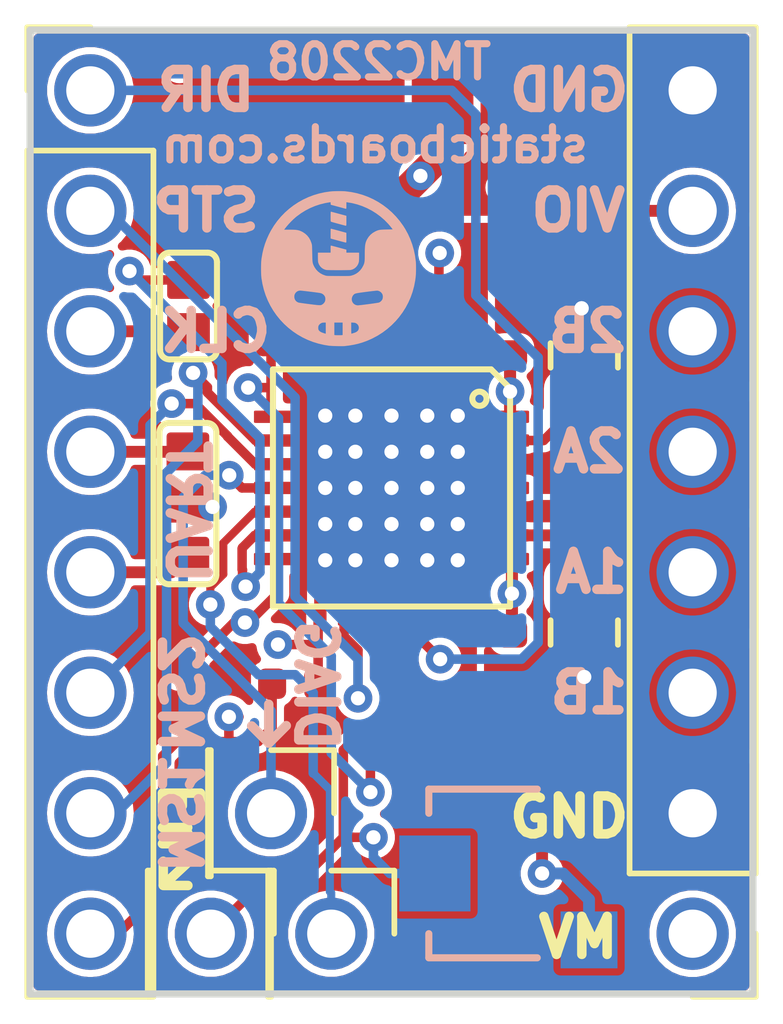
<source format=kicad_pcb>
(kicad_pcb (version 20171130) (host pcbnew "(5.0.1-dev-9-gd63c1a211)")
  (layers (0 F.Cu signal hide) (1 GND.Cu power hide) (2 VCC.Cu power hide) (31 B.Cu signal) (34 B.Paste user hide) (35 F.Paste user hide) (36 B.SilkS user) (37 F.SilkS user) (38 B.Mask user hide) (39 F.Mask user hide) (44 Edge.Cuts user))
  (net 0 "")
  (net 1 GND)
  (net 2 VIO)
  (net 3 +5V)
  (net 4 VM)
  (net 5 "Net-(C23-Pad2)")
  (net 6 "Net-(C24-Pad1)")
  (net 7 "Net-(C24-Pad2)")
  (net 8 EN)
  (net 9 MSI1)
  (net 10 MSI2)
  (net 11 "Net-(J1-Pad5)")
  (net 12 "Net-(J1-Pad4)")
  (net 13 "Net-(J1-Pad3)")
  (net 14 STEP)
  (net 15 DIR)
  (net 16 0A2)
  (net 17 OA1)
  (net 18 OB1)
  (net 19 OB2)
  (net 20 DIAG)
  (net 21 INDEX)
  (net 22 VREF)
  (net 23 PDN_UART)
  (net 24 CLK)
  (net 25 "Net-(R13-Pad2)")
  (net 26 "Net-(R14-Pad2)")
  (net 27 "Net-(R15-Pad1)")
  (net 28 "Net-(U3-Pad7)")
  (net 29 "Net-(U3-Pad20)")
  (net 30 "Net-(U3-Pad25)")
  (module SilentStepStick-TMC2208_v12:QFN28-PAD (layer F.Cu) (at 122.796593 117.749536 270)
    (fp_text reference U3)
    (fp_text value TMC2208)
    (pad 1 smd roundrect (at -2.5 -1.5 270) (size 0.8 0.26) (layers F.Cu F.Paste F.Mask) (roundrect_rratio 0.1) (net 19 OB2))
    (pad 2 smd roundrect (at -2.5 -1 270) (size 0.8 0.26) (layers F.Cu F.Paste F.Mask) (roundrect_rratio 0.1) (net 8 EN))
    (pad 3 smd roundrect (at -2.5 -0.5 270) (size 0.8 0.26) (layers F.Cu F.Paste F.Mask) (roundrect_rratio 0.1) (net 1 GND))
    (pad 4 smd roundrect (at -2.5 0 270) (size 0.8 0.26) (layers F.Cu F.Paste F.Mask) (roundrect_rratio 0.1) (net 6 "Net-(C24-Pad1)"))
    (pad 5 smd roundrect (at -2.5 0.5 270) (size 0.8 0.26) (layers F.Cu F.Paste F.Mask) (roundrect_rratio 0.1) (net 7 "Net-(C24-Pad2)"))
    (pad 6 smd roundrect (at -2.5 1 270) (size 0.8 0.26) (layers F.Cu F.Paste F.Mask) (roundrect_rratio 0.1) (net 5 "Net-(C23-Pad2)"))
    (pad 7 smd roundrect (at -2.5 1.5 270) (size 0.8 0.26) (layers F.Cu F.Paste F.Mask) (roundrect_rratio 0.1) (net 28 "Net-(U3-Pad7)"))
    (pad 8 smd roundrect (at -1.5 2.5) (size 0.8 0.26) (layers F.Cu F.Paste F.Mask) (roundrect_rratio 0.1) (net 3 +5V))
    (pad 9 smd roundrect (at -1 2.5) (size 0.8 0.26) (layers F.Cu F.Paste F.Mask) (roundrect_rratio 0.1) (net 9 MSI1))
    (pad 10 smd roundrect (at -0.5 2.5) (size 0.8 0.26) (layers F.Cu F.Paste F.Mask) (roundrect_rratio 0.1) (net 10 MSI2))
    (pad 11 smd roundrect (at 0 2.5) (size 0.8 0.26) (layers F.Cu F.Paste F.Mask) (roundrect_rratio 0.1) (net 20 DIAG))
    (pad 12 smd roundrect (at 0.5 2.5) (size 0.8 0.26) (layers F.Cu F.Paste F.Mask) (roundrect_rratio 0.1) (net 21 INDEX))
    (pad 13 smd roundrect (at 1 2.5) (size 0.8 0.26) (layers F.Cu F.Paste F.Mask) (roundrect_rratio 0.1) (net 24 CLK))
    (pad 14 smd roundrect (at 1.5 2.5) (size 0.8 0.26) (layers F.Cu F.Paste F.Mask) (roundrect_rratio 0.1) (net 23 PDN_UART))
    (pad 15 smd roundrect (at 2.5 1.5 90) (size 0.8 0.26) (layers F.Cu F.Paste F.Mask) (roundrect_rratio 0.1) (net 2 VIO))
    (pad 16 smd roundrect (at 2.5 1 90) (size 0.8 0.26) (layers F.Cu F.Paste F.Mask) (roundrect_rratio 0.1) (net 14 STEP))
    (pad 17 smd roundrect (at 2.5 0.5 90) (size 0.8 0.26) (layers F.Cu F.Paste F.Mask) (roundrect_rratio 0.1) (net 22 VREF))
    (pad 18 smd roundrect (at 2.5 0 90) (size 0.8 0.26) (layers F.Cu F.Paste F.Mask) (roundrect_rratio 0.1) (net 1 GND))
    (pad 19 smd roundrect (at 2.5 -0.5 90) (size 0.8 0.26) (layers F.Cu F.Paste F.Mask) (roundrect_rratio 0.1) (net 15 DIR))
    (pad 20 smd roundrect (at 2.5 -1 90) (size 0.8 0.26) (layers F.Cu F.Paste F.Mask) (roundrect_rratio 0.1) (net 29 "Net-(U3-Pad20)"))
    (pad 21 smd roundrect (at 2.5 -1.5 90) (size 0.8 0.26) (layers F.Cu F.Paste F.Mask) (roundrect_rratio 0.1) (net 16 0A2))
    (pad 22 smd roundrect (at 1.5 -2.5 180) (size 0.8 0.26) (layers F.Cu F.Paste F.Mask) (roundrect_rratio 0.1) (net 4 VM))
    (pad 23 smd roundrect (at 1 -2.5 180) (size 0.8 0.26) (layers F.Cu F.Paste F.Mask) (roundrect_rratio 0.1) (net 25 "Net-(R13-Pad2)"))
    (pad 24 smd roundrect (at 0.5 -2.5 180) (size 0.8 0.26) (layers F.Cu F.Paste F.Mask) (roundrect_rratio 0.1) (net 17 OA1))
    (pad 25 smd roundrect (at 0 -2.5 180) (size 0.8 0.26) (layers F.Cu F.Paste F.Mask) (roundrect_rratio 0.1) (net 30 "Net-(U3-Pad25)"))
    (pad 26 smd roundrect (at -0.5 -2.5 180) (size 0.8 0.26) (layers F.Cu F.Paste F.Mask) (roundrect_rratio 0.1) (net 18 OB1))
    (pad 27 smd roundrect (at -1 -2.5 180) (size 0.8 0.26) (layers F.Cu F.Paste F.Mask) (roundrect_rratio 0.1) (net 26 "Net-(R14-Pad2)"))
    (pad 28 smd roundrect (at -1.5 -2.5 180) (size 0.8 0.26) (layers F.Cu F.Paste F.Mask) (roundrect_rratio 0.1) (net 4 VM))
    (pad 29 smd roundrect (at 0 0 270) (size 3.1 3.1) (layers F.Cu F.Mask) (roundrect_rratio 0.05) (net 1 GND))
  )
  (module SilentStepStick-TMC2208_v12:PASSER_04MM (layer F.Cu) (at 125.126593 111.417536 270)
    (fp_text reference P22 hide)
    (fp_text value "MOUNT 3.6mm" hide)
    (pad X smd roundrect (at 0 0 270) (size 0.4 0.4) (layers F.Cu F.Mask) (roundrect_rratio 0.5))
  )
  (module Capacitor_SMD:C_0402_1005Metric (layer F.Cu) (at 125.336593 114.447536 90)
    (fp_text reference C3)
    (fp_text value 100n/50v)
    (pad 1 smd roundrect (at -0.485 0 90) (size 0.59 0.64) (layers F.Cu F.Paste F.Mask) (net 4 VM))
    (pad 2 smd roundrect (at 0.485 0 90) (size 0.59 0.64) (layers F.Cu F.Paste F.Mask) (net 1 GND))
  )
  (module Capacitor_SMD:C_0402_1005Metric (layer F.Cu) (at 122.542593 113.685536 180)
    (fp_text reference C24)
    (fp_text value 22n/50V)
    (pad 1 smd roundrect (at -0.485 0 180) (size 0.59 0.64) (layers F.Cu F.Paste F.Mask) (net 6 "Net-(C24-Pad1)"))
    (pad 2 smd roundrect (at 0.485 0 180) (size 0.59 0.64) (layers F.Cu F.Paste F.Mask) (net 7 "Net-(C24-Pad2)"))
  )
  (module Capacitor_SMD:C_0402_1005Metric (layer F.Cu) (at 122.288593 112.415536 180)
    (fp_text reference C23)
    (fp_text value 100n/50V)
    (pad 2 smd roundrect (at 0.485 0 180) (size 0.59 0.64) (layers F.Cu F.Paste F.Mask) (net 5 "Net-(C23-Pad2)"))
    (pad 1 smd roundrect (at -0.485 0 180) (size 0.59 0.64) (layers F.Cu F.Paste F.Mask) (net 4 VM))
  )
  (module Capacitor_SMD:C_0402_1005Metric (layer F.Cu) (at 120.256593 114.193536 90)
    (fp_text reference C2)
    (fp_text value 4u7/6v3)
    (pad 1 smd roundrect (at -0.485 0 90) (size 0.59 0.64) (layers F.Cu F.Paste F.Mask) (net 3 +5V))
    (pad 2 smd roundrect (at 0.485 0 90) (size 0.59 0.64) (layers F.Cu F.Paste F.Mask) (net 1 GND))
  )
  (module Capacitor_SMD:C_0402_1005Metric (layer F.Cu) (at 126.606593 109.875536 90)
    (fp_text reference C1)
    (fp_text value 100n/50v)
    (pad 2 smd roundrect (at 0.485 0 90) (size 0.59 0.64) (layers F.Cu F.Paste F.Mask) (net 1 GND))
    (pad 1 smd roundrect (at -0.485 0 90) (size 0.59 0.64) (layers F.Cu F.Paste F.Mask) (net 2 VIO))
  )
  (module myfootprints:PinHeader_1x08_P2.54mm_Vertical_SB_size_1.524_hole_1.016 (layer F.Cu) (at 129.146593 127.147536 180)
    (fp_text reference J2)
    (fp_text value Conn_01x08)
    (pad 1 thru_hole circle (at 0 0 180) (size 1.524 1.524) (drill 1.016) (layers *.Cu *.Mask) (net 4 VM))
    (pad 2 thru_hole oval (at 0 2.54 180) (size 1.524 1.524) (drill 1.0161) (layers *.Cu *.Mask) (net 1 GND))
    (pad 3 thru_hole oval (at 0 5.08 180) (size 1.524 1.524) (drill 1.016) (layers *.Cu *.Mask) (net 16 0A2))
    (pad 4 thru_hole oval (at 0 7.62 180) (size 1.524 1.524) (drill 1.0161) (layers *.Cu *.Mask) (net 17 OA1))
    (pad 5 thru_hole oval (at 0 10.16 180) (size 1.524 1.524) (drill 1.016) (layers *.Cu *.Mask) (net 18 OB1))
    (pad 6 thru_hole oval (at 0 12.7 180) (size 1.524 1.524) (drill 1.016) (layers *.Cu *.Mask) (net 19 OB2))
    (pad 7 thru_hole oval (at 0 15.24 180) (size 1.524 1.524) (drill 1.016) (layers *.Cu *.Mask) (net 2 VIO))
    (pad 8 thru_hole oval (at 0 17.78 180) (size 1.524 1.524) (drill 1.016) (layers *.Cu *.Mask) (net 1 GND))
  )
  (module Connector_PinHeader_2.54mm:PinHeader_1x08_P2.54mm_Vertical (layer F.Cu) (at 116.446593 109.367536)
    (fp_text reference J1)
    (fp_text value Conn_01x08)
    (pad 8 thru_hole oval (at 0 17.78) (size 1.524 1.524) (drill 1.016) (layers *.Cu *.Mask) (net 8 EN))
    (pad 7 thru_hole oval (at 0 15.24) (size 1.524 1.524) (drill 1.016) (layers *.Cu *.Mask) (net 9 MSI1))
    (pad 6 thru_hole oval (at 0 12.7) (size 1.524 1.524) (drill 1.016) (layers *.Cu *.Mask) (net 10 MSI2))
    (pad 5 thru_hole oval (at 0 10.16) (size 1.524 1.524) (drill 1.016) (layers *.Cu *.Mask) (net 11 "Net-(J1-Pad5)"))
    (pad 4 thru_hole oval (at 0 7.62) (size 1.524 1.524) (drill 1.0161) (layers *.Cu *.Mask) (net 12 "Net-(J1-Pad4)"))
    (pad 3 thru_hole oval (at 0 5.08) (size 1.524 1.524) (drill 1.016) (layers *.Cu *.Mask) (net 13 "Net-(J1-Pad3)"))
    (pad 2 thru_hole oval (at 0 2.54) (size 1.524 1.524) (drill 1.0161) (layers *.Cu *.Mask) (net 14 STEP))
    (pad 1 thru_hole circle (at 0 0) (size 1.524 1.524) (drill 1.016) (layers *.Cu *.Mask) (net 15 DIR))
  )
  (module Connector_PinHeader_2.54mm:PinHeader_1x01_P2.54mm_Vertical (layer F.Cu) (at 120.256593 124.607536 270)
    (fp_text reference J3)
    (fp_text value Conn_01x01)
    (pad 1 thru_hole custom (at 0 0 270) (size 1.524 1.524) (drill 1.016) (layers *.Cu *.Mask) (net 20 DIAG) (options (clearance outline) (anchor circle)) (primitives))
  )
  (module Connector_PinHeader_2.54mm:PinHeader_1x01_P2.54mm_Vertical (layer F.Cu) (at 121.526593 127.147536 270)
    (fp_text reference J4)
    (fp_text value Conn_01x01)
    (pad 1 thru_hole custom (at 0 0 270) (size 1.524 1.524) (drill 1.016) (layers *.Cu *.Mask) (net 21 INDEX) (options (clearance outline) (anchor circle)) (primitives))
  )
  (module Connector_PinHeader_2.54mm:PinHeader_1x01_P2.54mm_Vertical (layer F.Cu) (at 118.986593 127.147536 270)
    (fp_text reference J5)
    (fp_text value Conn_01x01)
    (pad 1 thru_hole custom (at 0 0 270) (size 1.524 1.524) (drill 1.016) (layers *.Cu *.Mask) (net 22 VREF) (options (clearance outline) (anchor circle)) (primitives))
  )
  (module Resistor_SMD:R_0805_2012Metric (layer F.Cu) (at 126.860593 120.797536 90)
    (fp_text reference R13)
    (fp_text value R0805/0R11)
    (pad 2 smd roundrect (at 0.9375 0 90) (size 0.975 1.4) (layers F.Cu F.Paste F.Mask) (net 25 "Net-(R13-Pad2)"))
    (pad 1 smd roundrect (at -0.9375 0 90) (size 0.975 1.4) (layers F.Cu F.Paste F.Mask) (net 1 GND))
  )
  (module Resistor_SMD:R_0805_2012Metric (layer F.Cu) (at 126.860593 114.955536 270)
    (fp_text reference R14)
    (fp_text value R0805/0R11)
    (pad 1 smd roundrect (at -0.9375 0 270) (size 0.975 1.4) (layers F.Cu F.Paste F.Mask) (net 1 GND))
    (pad 2 smd roundrect (at 0.9375 0 270) (size 0.975 1.4) (layers F.Cu F.Paste F.Mask) (net 26 "Net-(R14-Pad2)"))
  )
  (module anet8FootprintsKicad5:TRIMMER-3MM-SMD (layer B.Cu) (at 125.336593 125.877536 270)
    (fp_text reference RV2)
    (fp_text value 20K)
    (pad 2 smd rect (at 0 1.625 270) (size 1.6 1.5) (layers B.Cu B.Paste B.Mask) (net 22 VREF))
    (pad 3 smd rect (at 1.4 -1.625 270) (size 1.2 1.2) (layers B.Cu B.Paste B.Mask) (net 27 "Net-(R15-Pad1)"))
    (pad 1 smd rect (at -1.4 -1.625 270) (size 1.2 1.2) (layers B.Cu B.Paste B.Mask) (net 1 GND))
  )
  (module Capacitor_SMD:C_0402_1005Metric (layer F.Cu) (at 125.336593 121.305536 270)
    (fp_text reference C4)
    (fp_text value 100n/50v)
    (pad 2 smd roundrect (at 0.485 0 270) (size 0.59 0.64) (layers F.Cu F.Paste F.Mask) (net 1 GND))
    (pad 1 smd roundrect (at -0.485 0 270) (size 0.59 0.64) (layers F.Cu F.Paste F.Mask) (net 4 VM))
  )
  (module SilentStepStick-TMC2208_v12:C0805 (layer F.Cu) (at 122.923593 109.748536 180)
    (fp_text reference C5)
    (fp_text value 1U/50v)
    (pad 1 smd rect (at -0.95 0 180) (size 1.3 1.5) (layers F.Cu F.Paste F.Mask) (net 4 VM))
    (pad 2 smd rect (at 0.95 0 180) (size 1.3 1.5) (layers F.Cu F.Paste F.Mask) (net 1 GND))
  )
  (module SilentStepStick-TMC2208_v12:JUMPER3-0402_NC (layer F.Cu) (at 118.503993 118.079736)
    (fp_text reference JP1)
    (fp_text value SolderJumper_3_Open hide)
    (pad 1 smd roundrect (at 0 -1.1) (size 0.9 0.8) (layers F.Cu F.Mask) (roundrect_rratio 0.1) (net 12 "Net-(J1-Pad4)"))
    (pad 2 smd roundrect (at 0 0) (size 0.9 0.8) (layers F.Cu F.Mask) (roundrect_rratio 0.1) (net 23 PDN_UART))
    (pad 3 smd roundrect (at 0 1.1) (size 0.9 0.8) (layers F.Cu F.Mask) (roundrect_rratio 0.1) (net 11 "Net-(J1-Pad5)"))
  )
  (module SilentStepStick-TMC2208_v12:JUMPER2-0402 (layer F.Cu) (at 118.516693 113.914136 180)
    (fp_text reference JP2)
    (fp_text value SolderJumper_2_Open hide)
    (pad 1 smd roundrect (at 0 -0.55 180) (size 0.9 0.8) (layers F.Cu F.Paste F.Mask) (roundrect_rratio 0.1) (net 13 "Net-(J1-Pad3)"))
    (pad 2 smd roundrect (at 0 0.55 180) (size 0.9 0.8) (layers F.Cu F.Paste F.Mask) (roundrect_rratio 0.1) (net 24 CLK))
  )
  (module SilentStepStick-TMC2208_v12:PASSER_04MM (layer F.Cu) (at 123.876593 126.317536 270)
    (fp_text reference P22 hide)
    (fp_text value "MOUNT 3.6mm" hide)
    (pad X smd roundrect (at 0 0 270) (size 0.4 0.4) (layers F.Cu F.Mask) (roundrect_rratio 0.5))
  )
  (module SilentStepStick-TMC2208_v12:PASSER_04MM (layer F.Cu) (at 118.326593 108.867536 270)
    (fp_text reference P23 hide)
    (fp_text value "MOUNT 3.6mm" hide)
    (pad X smd roundrect (at 0 0 270) (size 0.4 0.4) (layers F.Cu F.Mask) (roundrect_rratio 0.5))
  )
  (module Resistor_SMD:R_0402_1005Metric (layer F.Cu) (at 118.478593 122.067536 270)
    (fp_text reference R1)
    (fp_text value 20K)
    (pad 2 smd roundrect (at 0.485 0 270) (size 0.59 0.64) (layers F.Cu F.Paste F.Mask) (net 1 GND))
    (pad 1 smd roundrect (at -0.485 0 270) (size 0.59 0.64) (layers F.Cu F.Paste F.Mask) (net 23 PDN_UART))
  )
  (module Resistor_SMD:R_0402_1005Metric (layer F.Cu) (at 118.516693 111.628136 90)
    (fp_text reference R2)
    (fp_text value 20K)
    (pad 2 smd roundrect (at 0.485 0 90) (size 0.59 0.64) (layers F.Cu F.Paste F.Mask) (net 1 GND))
    (pad 1 smd roundrect (at -0.485 0 90) (size 0.59 0.64) (layers F.Cu F.Paste F.Mask) (net 24 CLK))
  )
  (module Resistor_SMD:R_0402_1005Metric (layer F.Cu) (at 120.764593 121.877036)
    (fp_text reference R3)
    (fp_text value 20K)
    (pad 1 smd roundrect (at -0.485 0) (size 0.59 0.64) (layers F.Cu F.Paste F.Mask) (net 8 EN))
    (pad 2 smd roundrect (at 0.485 0) (size 0.59 0.64) (layers F.Cu F.Paste F.Mask) (net 2 VIO))
  )
  (module Resistor_SMD:R_0402_1005Metric (layer F.Cu) (at 123.304593 123.210536 180)
    (fp_text reference R15)
    (fp_text value 20K)
    (pad 2 smd roundrect (at 0.485 0 180) (size 0.59 0.64) (layers F.Cu F.Paste F.Mask) (net 3 +5V))
    (pad 1 smd roundrect (at -0.485 0 180) (size 0.59 0.64) (layers F.Cu F.Paste F.Mask) (net 27 "Net-(R15-Pad1)"))
  )
  (module myfootprints:staticboards_logo_3.5mmx3.5mm_negativo (layer B.Cu) (at 121.678993 113.126736 180)
    (fp_text reference G*** hide)
    (fp_text value LOGO hide)
  )
  (gr_line (start 120.218889 123.120804) (end 120.578099 122.761594) (layer B.SilkS) (width 0.2))
  (gr_line (start 120.208565 123.127325) (end 119.849355 122.768115) (layer B.SilkS) (width 0.2))
  (gr_line (start 120.208333 122.311376) (end 120.208565 123.127325) (layer B.SilkS) (width 0.2))
  (gr_line (start 118.554793 125.598136) (end 117.984082 126.128847) (layer F.SilkS) (width 0.2))
  (gr_line (start 117.995993 126.131536) (end 118.503993 126.131536) (layer F.SilkS) (width 0.2))
  (gr_line (start 117.984082 126.128847) (end 117.984082 125.620847) (layer F.SilkS) (width 0.2))
  (gr_text TMC2208 (at 122.526593 108.767536) (layer B.SilkS) (effects (font (size 0.7 0.7)) (justify mirror)))
  (gr_text DIAG (at 121.201593 121.917536 270) (layer B.SilkS) (effects (font (size 0.8 0.8) (thickness 0.2)) (justify mirror)))
  (gr_text staticboards.com (at 122.440993 110.517536) (layer B.SilkS) (effects (font (size 0.7 0.7)) (justify mirror)))
  (gr_text En (at 118.326593 124.717536 270) (layer F.SilkS) (effects (font (size 0.8 0.8) (thickness 0.2))))
  (gr_text GND (at 126.543093 124.683736) (layer F.SilkS) (effects (font (size 0.8 0.8) (thickness 0.2))))
  (gr_text MV (at 126.733593 127.223736) (layer F.SilkS) (effects (font (size 0.8 0.8) (thickness 0.2)) (justify mirror)))
  (gr_text MS1 (at 118.326193 124.607536 270) (layer B.SilkS) (effects (font (size 0.8 0.8) (thickness 0.2)) (justify mirror)))
  (gr_text DIR (at 118.884993 109.367536) (layer B.SilkS) (effects (font (size 0.8 0.8) (thickness 0.2)) (justify mirror)))
  (gr_text CLK (at 119.088193 114.447536) (layer B.SilkS) (effects (font (size 0.8 0.8) (thickness 0.2)) (justify mirror)))
  (gr_text STP (at 118.884993 111.907536) (layer B.SilkS) (effects (font (size 0.8 0.8) (thickness 0.2)) (justify mirror)))
  (gr_text UART (at 118.49126 118.257536 270) (layer B.SilkS) (effects (font (size 0.8 0.8) (thickness 0.2)) (justify mirror)))
  (gr_text MS2 (at 118.326193 122.067536 270) (layer B.SilkS) (effects (font (size 0.8 0.8) (thickness 0.2)) (justify mirror)))
  (gr_text GND (at 126.543093 109.367536) (layer B.SilkS) (effects (font (size 0.8 0.8) (thickness 0.2)) (justify mirror)))
  (gr_text VIO (at 126.733593 111.907536) (layer B.SilkS) (effects (font (size 0.8 0.8) (thickness 0.2)) (justify mirror)))
  (gr_text 2A (at 126.962193 116.987536) (layer B.SilkS) (effects (font (size 0.8 0.8) (thickness 0.2)) (justify mirror)))
  (gr_text 1A (at 127.012993 119.527536) (layer B.SilkS) (effects (font (size 0.8 0.8) (thickness 0.2)) (justify mirror)))
  (gr_text 2B (at 126.924093 114.447536) (layer B.SilkS) (effects (font (size 0.8 0.8) (thickness 0.2)) (justify mirror)))
  (gr_text 1B (at 126.962193 122.067536) (layer B.SilkS) (effects (font (size 0.8 0.8) (thickness 0.2)) (justify mirror)))
  (gr_line (start 130.416593 128.417536) (end 130.416593 108.097536) (layer Edge.Cuts) (width 0.15))
  (gr_line (start 115.176593 128.417536) (end 130.416593 128.417536) (layer Edge.Cuts) (width 0.15))
  (gr_line (start 115.176593 108.097536) (end 115.176593 128.417536) (layer Edge.Cuts) (width 0.15))
  (gr_line (start 130.416593 108.097536) (end 115.176593 108.097536) (layer Edge.Cuts) (width 0.15))
  (via (at 124.193593 116.225536) (size 0.6048) (drill 0.3) (layers F.Cu B.Cu) (net 1))
  (via (at 122.796593 116.225536) (size 0.6048) (drill 0.3) (layers F.Cu B.Cu) (net 1))
  (via (at 122.034593 116.225536) (size 0.6048) (drill 0.3) (layers F.Cu B.Cu) (net 1))
  (via (at 121.399593 116.225536) (size 0.6048) (drill 0.3) (layers F.Cu B.Cu) (net 1))
  (segment (start 126.805093 113.962536) (end 126.860593 114.018036) (width 0.25) (layer F.Cu) (net 1))
  (segment (start 125.336593 113.962536) (end 126.805093 113.962536) (width 0.25) (layer F.Cu) (net 1))
  (segment (start 126.805093 121.790536) (end 126.860593 121.735036) (width 0.25) (layer F.Cu) (net 1))
  (segment (start 125.336593 121.790536) (end 126.805093 121.790536) (width 0.25) (layer F.Cu) (net 1))
  (segment (start 127.091593 124.607536) (end 126.961593 124.477536) (width 0.25) (layer B.Cu) (net 1))
  (segment (start 129.146593 124.607536) (end 127.091593 124.607536) (width 0.25) (layer B.Cu) (net 1))
  (segment (start 129.123593 109.390536) (end 129.146593 109.367536) (width 0.2) (layer F.Cu) (net 1))
  (segment (start 126.606593 109.390536) (end 129.123593 109.390536) (width 0.2) (layer F.Cu) (net 1))
  (segment (start 118.516693 110.472436) (end 118.516693 111.143136) (width 0.2) (layer F.Cu) (net 1))
  (segment (start 119.240593 109.748536) (end 118.986593 110.002536) (width 0.2) (layer F.Cu) (net 1))
  (segment (start 121.973593 109.748536) (end 119.240593 109.748536) (width 0.2) (layer F.Cu) (net 1))
  (segment (start 118.986593 110.002536) (end 118.516693 110.472436) (width 0.2) (layer F.Cu) (net 1))
  (segment (start 123.296593 117.249536) (end 122.796593 117.749536) (width 0.25) (layer F.Cu) (net 1))
  (segment (start 123.296593 115.249536) (end 123.296593 116.225536) (width 0.25) (layer F.Cu) (net 1))
  (segment (start 122.829104 120.282047) (end 122.796593 120.249536) (width 0.2) (layer F.Cu) (net 1))
  (segment (start 122.829104 121.147547) (end 122.829104 120.282047) (width 0.2) (layer F.Cu) (net 1))
  (segment (start 126.289093 124.607536) (end 122.829104 121.147547) (width 0.2) (layer F.Cu) (net 1))
  (segment (start 129.146593 124.607536) (end 126.289093 124.607536) (width 0.2) (layer F.Cu) (net 1))
  (segment (start 119.746193 111.143136) (end 120.256593 111.653536) (width 0.2) (layer F.Cu) (net 1))
  (segment (start 120.256593 111.653536) (end 120.256593 113.708536) (width 0.2) (layer F.Cu) (net 1))
  (segment (start 118.516693 111.143136) (end 119.746193 111.143136) (width 0.2) (layer F.Cu) (net 1))
  (segment (start 121.973593 108.920536) (end 121.973593 109.748536) (width 0.2) (layer F.Cu) (net 1))
  (segment (start 126.121593 109.390536) (end 125.153603 108.422546) (width 0.2) (layer F.Cu) (net 1))
  (segment (start 125.153603 108.422546) (end 122.471583 108.422546) (width 0.2) (layer F.Cu) (net 1))
  (segment (start 126.606593 109.390536) (end 126.121593 109.390536) (width 0.2) (layer F.Cu) (net 1))
  (segment (start 122.471583 108.422546) (end 121.973593 108.920536) (width 0.2) (layer F.Cu) (net 1))
  (segment (start 123.296593 116.225536) (end 123.296593 117.249536) (width 0.25) (layer F.Cu) (net 1))
  (via (at 123.550593 116.225536) (size 0.6048) (drill 0.3) (layers F.Cu B.Cu) (net 1))
  (via (at 123.550593 116.987536) (size 0.6048) (drill 0.3) (layers F.Cu B.Cu) (net 1))
  (via (at 124.193593 116.987536) (size 0.6048) (drill 0.3) (layers F.Cu B.Cu) (net 1))
  (via (at 122.034593 116.987536) (size 0.6048) (drill 0.3) (layers F.Cu B.Cu) (net 1))
  (via (at 122.796593 116.987536) (size 0.6048) (drill 0.3) (layers F.Cu B.Cu) (net 1))
  (via (at 121.399593 116.987536) (size 0.6048) (drill 0.3) (layers F.Cu B.Cu) (net 1))
  (via (at 121.399593 117.749536) (size 0.6048) (drill 0.3) (layers F.Cu B.Cu) (net 1))
  (via (at 122.034593 117.749536) (size 0.6048) (drill 0.3) (layers F.Cu B.Cu) (net 1))
  (via (at 122.796593 117.749536) (size 0.6048) (drill 0.3) (layers F.Cu B.Cu) (net 1))
  (via (at 124.193593 117.749536) (size 0.6048) (drill 0.3) (layers F.Cu B.Cu) (net 1))
  (via (at 123.550593 117.749536) (size 0.6048) (drill 0.3) (layers F.Cu B.Cu) (net 1))
  (via (at 122.034593 118.511536) (size 0.6048) (drill 0.3) (layers F.Cu B.Cu) (net 1))
  (via (at 123.550593 118.511536) (size 0.6048) (drill 0.3) (layers F.Cu B.Cu) (net 1))
  (via (at 121.399593 118.511536) (size 0.6048) (drill 0.3) (layers F.Cu B.Cu) (net 1))
  (via (at 122.796593 118.511536) (size 0.6048) (drill 0.3) (layers F.Cu B.Cu) (net 1))
  (via (at 124.193593 118.511536) (size 0.6048) (drill 0.3) (layers F.Cu B.Cu) (net 1))
  (via (at 124.193593 119.273536) (size 0.6048) (drill 0.3) (layers F.Cu B.Cu) (net 1))
  (via (at 121.399593 119.273536) (size 0.6048) (drill 0.3) (layers F.Cu B.Cu) (net 1))
  (via (at 123.550593 119.273536) (size 0.6048) (drill 0.3) (layers F.Cu B.Cu) (net 1))
  (via (at 122.034593 119.273536) (size 0.6048) (drill 0.3) (layers F.Cu B.Cu) (net 1))
  (via (at 122.796593 119.273536) (size 0.6048) (drill 0.3) (layers F.Cu B.Cu) (net 1))
  (via (at 126.805093 113.962536) (size 0.6048) (drill 0.3) (layers F.Cu B.Cu) (net 1))
  (via (at 126.805093 113.962536) (size 0.6048) (drill 0.3) (layers F.Cu B.Cu) (net 1))
  (segment (start 126.860593 121.735036) (end 126.860593 121.735036) (width 0.25) (layer F.Cu) (net 1))
  (via (at 126.860593 121.735036) (size 0.6048) (drill 0.3) (layers F.Cu B.Cu) (net 1))
  (segment (start 126.606593 110.360536) (end 126.606593 111.399536) (width 0.25) (layer F.Cu) (net 2))
  (segment (start 127.114593 111.907536) (end 129.146593 111.907536) (width 0.25) (layer F.Cu) (net 2))
  (segment (start 126.606593 111.399536) (end 127.114593 111.907536) (width 0.25) (layer F.Cu) (net 2))
  (segment (start 121.249593 120.296536) (end 121.296593 120.249536) (width 0.2) (layer F.Cu) (net 2))
  (segment (start 121.249593 121.559536) (end 121.249593 121.051536) (width 0.2) (layer F.Cu) (net 2))
  (segment (start 121.249593 121.051536) (end 121.249593 120.296536) (width 0.2) (layer F.Cu) (net 2))
  (segment (start 120.402693 121.051536) (end 120.402693 121.051536) (width 0.2) (layer F.Cu) (net 2))
  (via (at 120.402693 121.051536) (size 0.6048) (drill 0.3) (layers F.Cu B.Cu) (net 2))
  (segment (start 121.249593 121.051536) (end 120.402693 121.051536) (width 0.2) (layer F.Cu) (net 2))
  (segment (start 120.256593 116.209536) (end 120.296593 116.249536) (width 0.2) (layer F.Cu) (net 3))
  (segment (start 120.256593 114.678536) (end 120.256593 115.590536) (width 0.2) (layer F.Cu) (net 3))
  (segment (start 120.256593 115.590536) (end 120.256593 115.717536) (width 0.2) (layer F.Cu) (net 3))
  (segment (start 120.256593 115.717536) (end 120.256593 116.209536) (width 0.2) (layer F.Cu) (net 3))
  (segment (start 122.819593 123.083536) (end 122.669593 123.083536) (width 0.2) (layer F.Cu) (net 3))
  (segment (start 122.352091 124.163036) (end 122.352091 123.678038) (width 0.2) (layer F.Cu) (net 3))
  (via (at 122.352091 124.163036) (size 0.6048) (drill 0.3) (layers F.Cu B.Cu) (net 3))
  (segment (start 122.352091 123.678038) (end 122.819593 123.210536) (width 0.2) (layer F.Cu) (net 3))
  (segment (start 120.212275 115.634854) (end 120.201343 115.634854) (width 0.2) (layer F.Cu) (net 3))
  (segment (start 120.256593 115.590536) (end 120.212275 115.634854) (width 0.2) (layer F.Cu) (net 3))
  (segment (start 122.352091 124.163036) (end 121.526593 123.337538) (width 0.2) (layer B.Cu) (net 3))
  (segment (start 120.201343 115.634854) (end 119.773685 115.634854) (width 0.2) (layer F.Cu) (net 3))
  (segment (start 121.526593 121.292526) (end 120.414583 120.180516) (width 0.2) (layer B.Cu) (net 3))
  (via (at 119.773685 115.634854) (size 0.6048) (drill 0.3) (layers F.Cu B.Cu) (net 3))
  (segment (start 120.414583 116.275752) (end 120.076084 115.937253) (width 0.2) (layer B.Cu) (net 3))
  (segment (start 120.076084 115.937253) (end 119.773685 115.634854) (width 0.2) (layer B.Cu) (net 3))
  (segment (start 121.526593 123.337538) (end 121.526593 121.292526) (width 0.2) (layer B.Cu) (net 3))
  (segment (start 120.414583 120.180516) (end 120.414583 116.275752) (width 0.2) (layer B.Cu) (net 3))
  (segment (start 122.773593 111.803536) (end 122.773593 112.415536) (width 0.61) (layer F.Cu) (net 4))
  (segment (start 123.873593 110.703536) (end 123.406193 111.170936) (width 0.61) (layer F.Cu) (net 4))
  (segment (start 123.873593 110.703536) (end 123.873593 109.748536) (width 0.61) (layer F.Cu) (net 4))
  (segment (start 123.406193 111.170936) (end 122.773593 111.803536) (width 0.61) (layer F.Cu) (net 4))
  (via (at 123.406193 111.170936) (size 0.6048) (drill 0.3) (layers F.Cu B.Cu) (net 4))
  (segment (start 125.336593 120.820536) (end 125.336593 120.117536) (width 0.254) (layer F.Cu) (net 4))
  (segment (start 125.296593 114.972536) (end 125.336593 114.932536) (width 0.254) (layer F.Cu) (net 4))
  (segment (start 125.296593 116.249536) (end 125.296593 115.717536) (width 0.254) (layer F.Cu) (net 4))
  (segment (start 125.296593 115.717536) (end 125.296593 114.972536) (width 0.254) (layer F.Cu) (net 4))
  (via (at 125.296593 115.717536) (size 0.6048) (drill 0.3) (layers F.Cu B.Cu) (net 4))
  (segment (start 125.336593 120.117536) (end 125.336593 119.977536) (width 0.254) (layer F.Cu) (net 4))
  (segment (start 125.336593 119.977536) (end 125.336593 119.289536) (width 0.254) (layer F.Cu) (net 4))
  (via (at 125.336593 119.977536) (size 0.6048) (drill 0.3) (layers F.Cu B.Cu) (net 4))
  (segment (start 125.336593 119.289536) (end 125.296593 119.249536) (width 0.254) (layer F.Cu) (net 4))
  (segment (start 121.796593 114.463536) (end 121.796593 115.249536) (width 0.2) (layer F.Cu) (net 5))
  (segment (start 121.803593 112.415536) (end 121.803593 112.900536) (width 0.2) (layer F.Cu) (net 5))
  (segment (start 121.803593 112.900536) (end 121.399593 113.304536) (width 0.2) (layer F.Cu) (net 5))
  (segment (start 121.399593 113.304536) (end 121.399593 114.066536) (width 0.2) (layer F.Cu) (net 5))
  (segment (start 121.399593 114.066536) (end 121.796593 114.463536) (width 0.2) (layer F.Cu) (net 5))
  (segment (start 122.796593 113.916536) (end 122.796593 115.249536) (width 0.25) (layer F.Cu) (net 6))
  (segment (start 123.027593 113.685536) (end 122.796593 113.916536) (width 0.25) (layer F.Cu) (net 6))
  (segment (start 122.296593 113.924536) (end 122.296593 115.249536) (width 0.25) (layer F.Cu) (net 7))
  (segment (start 122.057593 113.685536) (end 122.296593 113.924536) (width 0.25) (layer F.Cu) (net 7))
  (via (at 123.812591 112.796536) (size 0.6048) (drill 0.3) (layers F.Cu B.Cu) (net 8))
  (segment (start 123.796593 112.812534) (end 123.812591 112.796536) (width 0.2) (layer F.Cu) (net 8))
  (segment (start 123.796593 115.249536) (end 123.796593 112.812534) (width 0.2) (layer F.Cu) (net 8))
  (segment (start 120.279593 122.806536) (end 120.279593 121.877036) (width 0.2) (layer F.Cu) (net 8))
  (segment (start 119.988583 123.097546) (end 120.279593 122.806536) (width 0.2) (layer F.Cu) (net 8))
  (segment (start 119.581093 122.575536) (end 119.367593 122.575536) (width 0.2) (layer F.Cu) (net 8))
  (via (at 119.367593 122.575536) (size 0.6048) (drill 0.3) (layers F.Cu B.Cu) (net 8))
  (segment (start 119.367593 122.575536) (end 119.367593 123.097546) (width 0.2) (layer F.Cu) (net 8))
  (segment (start 119.367593 123.097546) (end 119.988583 123.097546) (width 0.2) (layer F.Cu) (net 8))
  (segment (start 119.226583 123.097546) (end 119.367593 123.097546) (width 0.2) (layer F.Cu) (net 8))
  (segment (start 118.274083 123.097546) (end 119.226583 123.097546) (width 0.2) (layer F.Cu) (net 8))
  (segment (start 117.033333 127.147536) (end 117.970593 126.210276) (width 0.2) (layer F.Cu) (net 8))
  (segment (start 117.970593 126.210276) (end 117.970593 123.401036) (width 0.2) (layer F.Cu) (net 8))
  (segment (start 116.446593 127.147536) (end 117.033333 127.147536) (width 0.2) (layer F.Cu) (net 8))
  (segment (start 117.970593 123.401036) (end 118.274083 123.097546) (width 0.2) (layer F.Cu) (net 8))
  (via (at 118.612941 115.32429) (size 0.6048) (drill 0.3) (layers F.Cu B.Cu) (net 9))
  (segment (start 116.992693 124.607536) (end 118.053904 123.546325) (width 0.2) (layer B.Cu) (net 9))
  (segment (start 116.446593 124.607536) (end 116.992693 124.607536) (width 0.2) (layer B.Cu) (net 9))
  (segment (start 118.053904 123.546325) (end 118.053904 117.427681) (width 0.2) (layer B.Cu) (net 9))
  (segment (start 118.053904 117.427681) (end 118.713498 116.768087) (width 0.2) (layer B.Cu) (net 9))
  (segment (start 118.713498 116.768087) (end 118.713498 115.424847) (width 0.2) (layer B.Cu) (net 9))
  (segment (start 118.713498 115.424847) (end 118.612941 115.32429) (width 0.2) (layer B.Cu) (net 9))
  (segment (start 120.296593 116.749536) (end 119.928253 116.749536) (width 0.2) (layer F.Cu) (net 9))
  (segment (start 119.928253 116.749536) (end 118.91534 115.736623) (width 0.2) (layer F.Cu) (net 9))
  (segment (start 118.91534 115.736623) (end 118.91534 115.626689) (width 0.2) (layer F.Cu) (net 9))
  (segment (start 118.91534 115.626689) (end 118.612941 115.32429) (width 0.2) (layer F.Cu) (net 9))
  (via (at 118.161097 115.971536) (size 0.6048) (drill 0.3) (layers F.Cu B.Cu) (net 10))
  (segment (start 117.703893 116.42874) (end 117.858698 116.273935) (width 0.2) (layer B.Cu) (net 10))
  (segment (start 117.858698 116.273935) (end 118.161097 115.971536) (width 0.2) (layer B.Cu) (net 10))
  (segment (start 116.446593 122.067536) (end 117.703893 120.810236) (width 0.2) (layer B.Cu) (net 10))
  (segment (start 117.703893 120.810236) (end 117.703893 116.42874) (width 0.2) (layer B.Cu) (net 10))
  (segment (start 120.296593 117.249536) (end 119.924392 117.249536) (width 0.2) (layer F.Cu) (net 10))
  (segment (start 119.339653 116.655926) (end 118.655263 115.971536) (width 0.2) (layer F.Cu) (net 10))
  (segment (start 119.924392 117.249536) (end 119.339653 116.664797) (width 0.2) (layer F.Cu) (net 10))
  (segment (start 119.339653 116.664797) (end 119.339653 116.655926) (width 0.2) (layer F.Cu) (net 10))
  (segment (start 118.655263 115.971536) (end 118.588755 115.971536) (width 0.2) (layer F.Cu) (net 10))
  (segment (start 118.588755 115.971536) (end 118.161097 115.971536) (width 0.2) (layer F.Cu) (net 10))
  (segment (start 116.616593 119.357536) (end 116.446593 119.527536) (width 0.25) (layer F.Cu) (net 11))
  (segment (start 118.156193 119.527536) (end 118.503993 119.179736) (width 0.25) (layer F.Cu) (net 11))
  (segment (start 116.446593 119.527536) (end 118.156193 119.527536) (width 0.25) (layer F.Cu) (net 11))
  (segment (start 116.616593 117.157536) (end 116.446593 116.987536) (width 0.25) (layer F.Cu) (net 12))
  (segment (start 118.496193 116.987536) (end 118.503993 116.979736) (width 0.25) (layer F.Cu) (net 12))
  (segment (start 116.446593 116.987536) (end 118.496193 116.987536) (width 0.25) (layer F.Cu) (net 12))
  (segment (start 116.742593 114.743536) (end 116.446593 114.447536) (width 0.25) (layer F.Cu) (net 13))
  (segment (start 118.500093 114.447536) (end 118.516693 114.464136) (width 0.25) (layer F.Cu) (net 13))
  (segment (start 116.446593 114.447536) (end 118.500093 114.447536) (width 0.25) (layer F.Cu) (net 13))
  (segment (start 122.089781 121.170224) (end 122.089781 122.183622) (width 0.2) (layer F.Cu) (net 14))
  (segment (start 121.796593 120.249536) (end 121.796593 120.877036) (width 0.2) (layer F.Cu) (net 14))
  (segment (start 121.796593 120.877036) (end 122.089781 121.170224) (width 0.2) (layer F.Cu) (net 14))
  (via (at 122.089781 122.183622) (size 0.6048) (drill 0.3) (layers F.Cu B.Cu) (net 14))
  (segment (start 120.764593 115.844536) (end 120.764593 120.035536) (width 0.2) (layer B.Cu) (net 14))
  (segment (start 116.827593 111.907536) (end 120.764593 115.844536) (width 0.2) (layer B.Cu) (net 14))
  (segment (start 116.446593 111.907536) (end 116.827593 111.907536) (width 0.2) (layer B.Cu) (net 14))
  (segment (start 120.764593 120.035536) (end 122.089781 121.360724) (width 0.2) (layer B.Cu) (net 14))
  (segment (start 122.089781 121.360724) (end 122.089781 122.183622) (width 0.2) (layer B.Cu) (net 14))
  (segment (start 123.519807 121.057024) (end 123.822206 121.359423) (width 0.2) (layer F.Cu) (net 15))
  (segment (start 123.824093 121.357536) (end 123.822206 121.359423) (width 0.2) (layer B.Cu) (net 15))
  (via (at 123.822206 121.359423) (size 0.6048) (drill 0.3) (layers F.Cu B.Cu) (net 15))
  (segment (start 123.296593 120.249536) (end 123.296593 120.83381) (width 0.2) (layer F.Cu) (net 15))
  (segment (start 123.296593 120.83381) (end 123.519807 121.057024) (width 0.2) (layer F.Cu) (net 15))
  (segment (start 125.536706 121.359423) (end 123.822206 121.359423) (width 0.2) (layer B.Cu) (net 15))
  (segment (start 125.888994 121.007135) (end 125.536706 121.359423) (width 0.2) (layer B.Cu) (net 15))
  (segment (start 124.066593 109.367536) (end 124.574593 109.875536) (width 0.2) (layer B.Cu) (net 15))
  (segment (start 125.888994 114.999937) (end 125.888994 121.007135) (width 0.2) (layer B.Cu) (net 15))
  (segment (start 116.446593 109.367536) (end 124.066593 109.367536) (width 0.2) (layer B.Cu) (net 15))
  (segment (start 124.574593 113.685536) (end 125.888994 114.999937) (width 0.2) (layer B.Cu) (net 15))
  (segment (start 124.574593 109.875536) (end 124.574593 113.685536) (width 0.2) (layer B.Cu) (net 15))
  (segment (start 124.497303 121.988836) (end 124.497303 120.450246) (width 0.2) (layer F.Cu) (net 16))
  (segment (start 124.497303 120.450246) (end 124.296593 120.249536) (width 0.2) (layer F.Cu) (net 16))
  (segment (start 125.338002 122.829535) (end 124.497303 121.988836) (width 0.2) (layer F.Cu) (net 16))
  (segment (start 128.384594 122.829535) (end 125.338002 122.829535) (width 0.2) (layer F.Cu) (net 16))
  (segment (start 129.146593 122.067536) (end 128.384594 122.829535) (width 0.2) (layer F.Cu) (net 16))
  (segment (start 128.765593 119.527536) (end 129.146593 119.527536) (width 0.25) (layer F.Cu) (net 17))
  (segment (start 127.487593 118.249536) (end 128.765593 119.527536) (width 0.25) (layer F.Cu) (net 17))
  (segment (start 125.296593 118.249536) (end 127.487593 118.249536) (width 0.25) (layer F.Cu) (net 17))
  (segment (start 128.884593 117.249536) (end 129.146593 116.987536) (width 0.25) (layer F.Cu) (net 18))
  (segment (start 125.296593 117.249536) (end 128.884593 117.249536) (width 0.25) (layer F.Cu) (net 18))
  (segment (start 124.296593 114.749536) (end 124.296593 115.249536) (width 0.2) (layer F.Cu) (net 19))
  (segment (start 129.146593 114.447536) (end 129.146593 113.939536) (width 0.2) (layer F.Cu) (net 19))
  (segment (start 129.146593 113.939536) (end 128.130593 112.923536) (width 0.2) (layer F.Cu) (net 19))
  (segment (start 124.296593 113.455536) (end 124.296593 114.749536) (width 0.2) (layer F.Cu) (net 19))
  (segment (start 128.130593 112.923536) (end 124.828593 112.923536) (width 0.2) (layer F.Cu) (net 19))
  (segment (start 124.828593 112.923536) (end 124.296593 113.455536) (width 0.2) (layer F.Cu) (net 19))
  (segment (start 120.296593 117.749536) (end 119.643169 117.749536) (width 0.2) (layer F.Cu) (net 20))
  (segment (start 119.643169 117.749536) (end 119.375425 117.481792) (width 0.2) (layer F.Cu) (net 20))
  (via (at 119.375425 117.481792) (size 0.6048) (drill 0.3) (layers F.Cu B.Cu) (net 20))
  (segment (start 118.871123 117.481792) (end 119.375425 117.481792) (width 0.2) (layer B.Cu) (net 20))
  (segment (start 118.403915 117.949) (end 118.871123 117.481792) (width 0.2) (layer B.Cu) (net 20))
  (segment (start 120.256593 124.607536) (end 120.256593 122.450078) (width 0.2) (layer B.Cu) (net 20))
  (segment (start 118.403915 120.5974) (end 118.403915 120.543536) (width 0.2) (layer B.Cu) (net 20))
  (segment (start 120.256593 122.450078) (end 118.403915 120.5974) (width 0.2) (layer B.Cu) (net 20))
  (segment (start 118.403915 120.543536) (end 118.403915 117.949) (width 0.2) (layer B.Cu) (net 20))
  (via (at 118.976593 120.207536) (size 0.6048) (drill 0.3) (layers F.Cu B.Cu) (net 21))
  (segment (start 120.296593 118.249536) (end 119.911533 118.249536) (width 0.17) (layer F.Cu) (net 21))
  (segment (start 119.250753 118.910316) (end 119.250753 119.56847) (width 0.17) (layer F.Cu) (net 21))
  (segment (start 119.911533 118.249536) (end 119.250753 118.910316) (width 0.17) (layer F.Cu) (net 21))
  (segment (start 119.250753 119.56847) (end 118.976593 119.84263) (width 0.17) (layer F.Cu) (net 21))
  (segment (start 118.976593 119.84263) (end 118.976593 120.207536) (width 0.17) (layer F.Cu) (net 21))
  (segment (start 121.526593 126.289205) (end 121.526593 127.147536) (width 0.17) (layer B.Cu) (net 21))
  (segment (start 121.497192 124.113315) (end 121.497192 126.259804) (width 0.17) (layer B.Cu) (net 21))
  (segment (start 121.497192 126.259804) (end 121.526593 126.289205) (width 0.17) (layer B.Cu) (net 21))
  (segment (start 121.145593 123.761716) (end 121.497192 124.113315) (width 0.17) (layer B.Cu) (net 21))
  (segment (start 118.976593 120.207536) (end 118.976593 120.67509) (width 0.2) (layer B.Cu) (net 21))
  (segment (start 119.988039 121.686536) (end 120.764593 121.686536) (width 0.2) (layer B.Cu) (net 21))
  (segment (start 118.976593 120.67509) (end 119.988039 121.686536) (width 0.2) (layer B.Cu) (net 21))
  (segment (start 121.145593 122.067536) (end 120.764593 121.686536) (width 0.2) (layer B.Cu) (net 21))
  (segment (start 121.145593 123.761716) (end 121.145593 122.067536) (width 0.2) (layer B.Cu) (net 21))
  (segment (start 121.971093 123.083536) (end 121.844093 123.210536) (width 0.2) (layer F.Cu) (net 22))
  (segment (start 122.733093 122.321536) (end 121.971093 123.083536) (width 0.2) (layer F.Cu) (net 22))
  (segment (start 122.296593 120.249536) (end 122.296593 120.882046) (width 0.2) (layer F.Cu) (net 22))
  (segment (start 122.296593 120.882046) (end 122.439792 121.025245) (width 0.2) (layer F.Cu) (net 22))
  (segment (start 122.439792 121.025245) (end 122.439792 121.710735) (width 0.2) (layer F.Cu) (net 22))
  (segment (start 122.733093 122.004036) (end 122.733093 122.321536) (width 0.2) (layer F.Cu) (net 22))
  (segment (start 122.439792 121.710735) (end 122.733093 122.004036) (width 0.2) (layer F.Cu) (net 22))
  (segment (start 121.971093 123.083536) (end 121.780593 123.274036) (width 0.2) (layer F.Cu) (net 22))
  (segment (start 121.780593 123.274036) (end 121.780593 125.115536) (width 0.2) (layer F.Cu) (net 22))
  (segment (start 120.180393 125.953736) (end 118.986593 127.147536) (width 0.2) (layer F.Cu) (net 22))
  (segment (start 120.942393 125.953736) (end 120.180393 125.953736) (width 0.2) (layer F.Cu) (net 22))
  (segment (start 121.780593 125.115536) (end 120.942393 125.953736) (width 0.2) (layer F.Cu) (net 22))
  (segment (start 122.415593 125.531536) (end 122.415593 125.115536) (width 0.2) (layer B.Cu) (net 22))
  (segment (start 123.711593 125.877536) (end 122.761593 125.877536) (width 0.2) (layer B.Cu) (net 22))
  (segment (start 122.761593 125.877536) (end 122.415593 125.531536) (width 0.2) (layer B.Cu) (net 22))
  (via (at 122.415593 125.115536) (size 0.6048) (drill 0.3) (layers F.Cu B.Cu) (net 22))
  (segment (start 122.415593 125.115536) (end 121.987935 125.115536) (width 0.2) (layer F.Cu) (net 22))
  (segment (start 121.987935 125.115536) (end 121.780593 125.115536) (width 0.2) (layer F.Cu) (net 22))
  (via (at 119.023824 118.149712) (size 0.6048) (drill 0.3) (layers F.Cu B.Cu) (net 23))
  (segment (start 118.596166 118.149712) (end 119.023824 118.149712) (width 0.2) (layer F.Cu) (net 23))
  (segment (start 118.573969 118.149712) (end 118.596166 118.149712) (width 0.2) (layer F.Cu) (net 23))
  (segment (start 118.503993 118.079736) (end 118.573969 118.149712) (width 0.2) (layer F.Cu) (net 23))
  (via (at 119.706593 120.587536) (size 0.6048) (drill 0.3) (layers F.Cu B.Cu) (net 23))
  (segment (start 119.783333 120.587536) (end 119.706593 120.587536) (width 0.2) (layer F.Cu) (net 23))
  (segment (start 120.391213 119.979656) (end 119.783333 120.587536) (width 0.2) (layer F.Cu) (net 23))
  (segment (start 120.391213 119.344156) (end 120.391213 119.979656) (width 0.2) (layer F.Cu) (net 23))
  (segment (start 120.296593 119.249536) (end 120.391213 119.344156) (width 0.2) (layer F.Cu) (net 23))
  (segment (start 119.473593 120.587536) (end 119.706593 120.587536) (width 0.2) (layer F.Cu) (net 23))
  (segment (start 118.478593 121.582536) (end 119.473593 120.587536) (width 0.2) (layer F.Cu) (net 23))
  (segment (start 118.516693 113.643536) (end 118.516693 112.392536) (width 0.2) (layer F.Cu) (net 24))
  (segment (start 117.966693 113.364136) (end 117.962793 113.368036) (width 0.2) (layer F.Cu) (net 24))
  (segment (start 117.962793 113.368036) (end 117.462593 113.368036) (width 0.2) (layer F.Cu) (net 24))
  (via (at 117.272093 113.177536) (size 0.6048) (drill 0.3) (layers F.Cu B.Cu) (net 24))
  (segment (start 117.462593 113.368036) (end 117.272093 113.177536) (width 0.2) (layer F.Cu) (net 24))
  (segment (start 118.516693 113.364136) (end 117.966693 113.364136) (width 0.2) (layer F.Cu) (net 24))
  (segment (start 119.914593 118.749536) (end 119.654613 119.009516) (width 0.2) (layer F.Cu) (net 24))
  (segment (start 119.654613 119.763365) (end 119.720596 119.829348) (width 0.2) (layer F.Cu) (net 24))
  (segment (start 119.654613 119.475896) (end 119.654613 119.763365) (width 0.2) (layer F.Cu) (net 24))
  (segment (start 119.646583 119.467866) (end 119.654613 119.475896) (width 0.2) (layer F.Cu) (net 24))
  (via (at 119.720596 119.829348) (size 0.6048) (drill 0.3) (layers F.Cu B.Cu) (net 24))
  (segment (start 119.646583 119.031206) (end 119.646583 119.467866) (width 0.2) (layer F.Cu) (net 24))
  (segment (start 120.296593 118.749536) (end 119.914593 118.749536) (width 0.2) (layer F.Cu) (net 24))
  (segment (start 119.654613 119.009516) (end 119.654613 119.023176) (width 0.2) (layer F.Cu) (net 24))
  (segment (start 119.654613 119.023176) (end 119.646583 119.031206) (width 0.2) (layer F.Cu) (net 24))
  (segment (start 119.221283 115.900008) (end 120.022995 116.70172) (width 0.2) (layer B.Cu) (net 24))
  (segment (start 117.272093 113.177536) (end 119.221283 115.126726) (width 0.2) (layer B.Cu) (net 24))
  (segment (start 120.022995 116.70172) (end 120.022995 119.526949) (width 0.2) (layer B.Cu) (net 24))
  (segment (start 119.221283 115.126726) (end 119.221283 115.900008) (width 0.2) (layer B.Cu) (net 24))
  (segment (start 120.022995 119.526949) (end 119.720596 119.829348) (width 0.2) (layer B.Cu) (net 24))
  (segment (start 126.337593 118.749536) (end 125.796593 118.749536) (width 0.25) (layer F.Cu) (net 25))
  (segment (start 125.796593 118.749536) (end 125.296593 118.749536) (width 0.25) (layer F.Cu) (net 25))
  (segment (start 126.860593 119.272536) (end 126.337593 118.749536) (width 0.25) (layer F.Cu) (net 25))
  (segment (start 126.860593 119.860036) (end 126.860593 119.272536) (width 0.25) (layer F.Cu) (net 25))
  (segment (start 126.004093 116.749536) (end 125.296593 116.749536) (width 0.2) (layer F.Cu) (net 26))
  (segment (start 126.860593 115.893036) (end 126.004093 116.749536) (width 0.2) (layer F.Cu) (net 26))
  (via (at 125.971593 125.877536) (size 0.6048) (drill 0.3) (layers F.Cu B.Cu) (net 27))
  (segment (start 126.961593 127.277536) (end 126.961593 126.427536) (width 0.25) (layer B.Cu) (net 27))
  (segment (start 125.971593 125.265536) (end 125.971593 125.449878) (width 0.25) (layer F.Cu) (net 27))
  (segment (start 126.961593 126.427536) (end 126.411593 125.877536) (width 0.25) (layer B.Cu) (net 27))
  (segment (start 125.971593 125.449878) (end 125.971593 125.877536) (width 0.25) (layer F.Cu) (net 27))
  (segment (start 126.411593 125.877536) (end 126.399251 125.877536) (width 0.25) (layer B.Cu) (net 27))
  (segment (start 123.789593 123.083536) (end 125.971593 125.265536) (width 0.25) (layer F.Cu) (net 27))
  (segment (start 126.399251 125.877536) (end 125.971593 125.877536) (width 0.25) (layer B.Cu) (net 27))
  (zone (net 1) (net_name GND) (layer B.Cu) (priority 6) (connect_pads yes (clearance 0)) (min_thickness 0.2) (fill yes (arc_segments 32) (thermal_gap 0.508) (thermal_bridge_width 0.508))
    (polygon (pts (xy 114.541593 107.462536) (xy 131.051593 107.462536) (xy 131.051593 129.052536) (xy 114.541593 129.052536)))
  )
  (zone (net 19) (net_name OB2) (layer F.Cu) (priority 6) (connect_pads yes (clearance 0)) (min_thickness 0.2) (fill yes (arc_segments 32) (thermal_gap 0.508) (thermal_bridge_width 0.508))
    (polygon (pts (xy 124.066593 115.717536) (xy 124.066593 112.161536) (xy 130.670593 112.161536) (xy 130.670593 115.590536) (xy 127.749593 115.590536) (xy 127.749593 113.177536) (xy 124.828593 113.177536) (xy 124.828593 115.717536)))
  )
  (zone (net 18) (net_name OB1) (layer F.Cu) (priority 6) (connect_pads yes (clearance 0)) (min_thickness 0.2) (fill yes (arc_segments 32) (thermal_gap 0.508) (thermal_bridge_width 0.508))
    (polygon (pts (xy 127.749593 115.844536) (xy 130.670593 115.844536) (xy 130.670593 118.257536) (xy 128.257593 118.257536) (xy 127.876593 117.876536) (xy 125.336593 117.876536) (xy 125.336593 116.606536) (xy 127.749593 116.606536)))
  )
  (zone (net 17) (net_name OA1) (layer F.Cu) (priority 6) (connect_pads yes (clearance 0)) (min_thickness 0.2) (fill yes (arc_segments 32) (thermal_gap 0.508) (thermal_bridge_width 0.508))
    (polygon (pts (xy 125.336593 118.003536) (xy 127.749593 118.003536) (xy 128.257593 118.511536) (xy 130.670593 118.511536) (xy 130.670593 120.797536) (xy 128.003593 120.797536) (xy 128.003593 120.289536) (xy 126.225593 118.511536) (xy 125.336593 118.511536)))
  )
  (zone (net 16) (net_name 0A2) (layer F.Cu) (priority 6) (connect_pads yes (clearance 0)) (min_thickness 0.2) (fill yes (arc_segments 32) (thermal_gap 0.508) (thermal_bridge_width 0.508))
    (polygon (pts (xy 128.003593 121.051536) (xy 130.670593 121.051536) (xy 130.670593 123.337536) (xy 125.336593 123.337536) (xy 124.066593 122.067536) (xy 124.066593 119.527536) (xy 124.574593 119.527536) (xy 124.574593 121.813536) (xy 125.336593 122.575536) (xy 128.003593 122.575536)))
  )
  (zone (net 1) (net_name GND) (layer F.Cu) (connect_pads yes (clearance 0)) (min_thickness 0.18) (fill yes (arc_segments 32) (thermal_gap 0.508) (thermal_bridge_width 0.508))
    (polygon (pts (xy 113.398593 106.319536) (xy 132.194593 106.319536) (xy 132.194593 130.195536) (xy 113.398593 130.195536)))
  )
)
</source>
